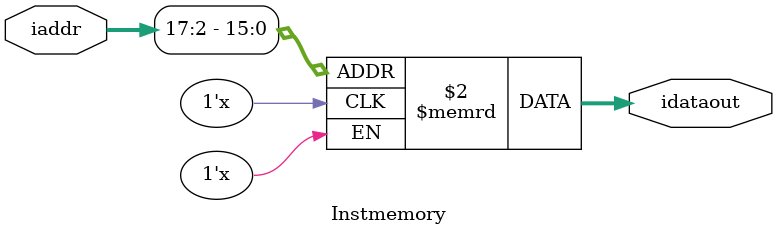
<source format=v>
module Instmemory(iaddr, idataout);
    input  [31:0] iaddr;
    output reg [31:0] idataout;

    reg [31:0] ram [65536:0];

    always@(*) begin
        idataout <= ram[iaddr[17:2]];
    end
endmodule
</source>
